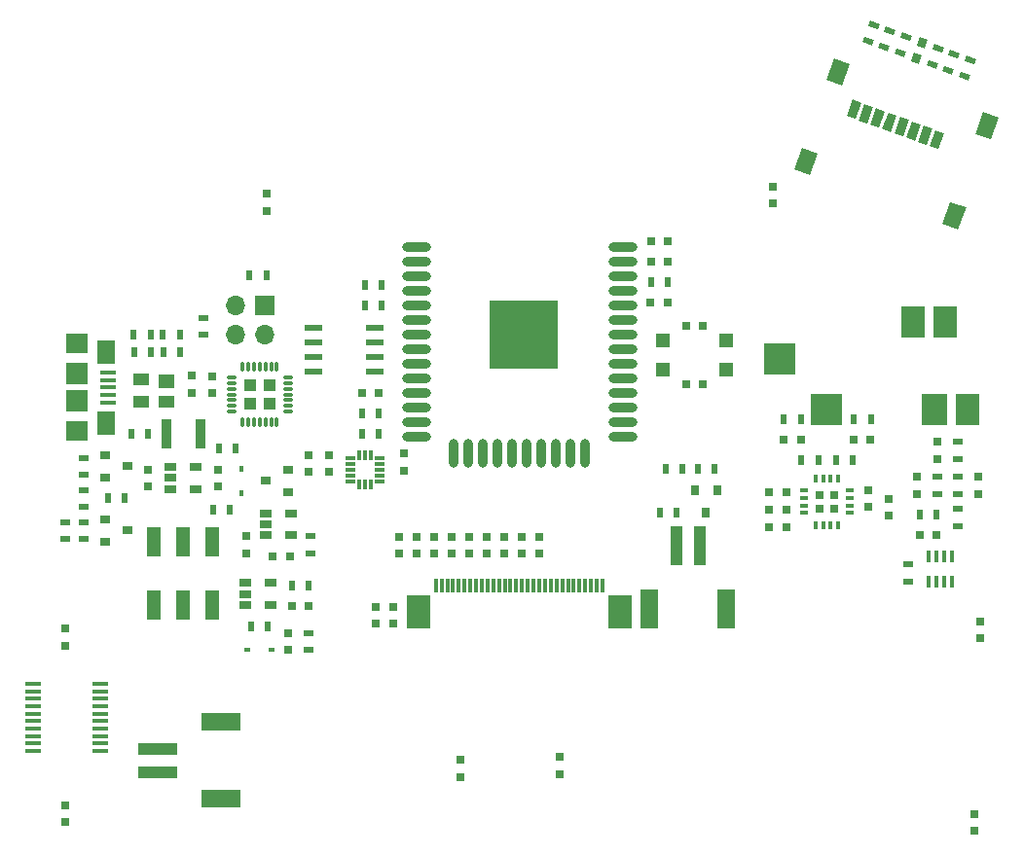
<source format=gbr>
G04 #@! TF.FileFunction,Paste,Bot*
%FSLAX46Y46*%
G04 Gerber Fmt 4.6, Leading zero omitted, Abs format (unit mm)*
G04 Created by KiCad (PCBNEW 4.0.6) date 04/26/17 00:01:20*
%MOMM*%
%LPD*%
G01*
G04 APERTURE LIST*
%ADD10C,0.100000*%
%ADD11R,1.700000X1.700000*%
%ADD12O,1.700000X1.700000*%
%ADD13R,0.500000X0.900000*%
%ADD14R,1.900000X1.900000*%
%ADD15R,1.350000X0.400000*%
%ADD16R,1.600000X2.100000*%
%ADD17R,1.900000X1.800000*%
%ADD18O,2.500000X0.900000*%
%ADD19O,0.900000X2.500000*%
%ADD20R,6.000000X6.000000*%
%ADD21R,0.750000X0.800000*%
%ADD22R,0.800000X0.750000*%
%ADD23R,0.450000X0.600000*%
%ADD24R,0.600000X0.450000*%
%ADD25R,3.500000X1.000000*%
%ADD26R,3.400000X1.500000*%
%ADD27R,0.900000X0.800000*%
%ADD28R,0.800000X0.900000*%
%ADD29R,0.900000X0.500000*%
%ADD30R,1.200000X2.500000*%
%ADD31R,1.060000X0.650000*%
%ADD32O,0.850000X0.300000*%
%ADD33O,0.300000X0.850000*%
%ADD34R,1.005000X1.005000*%
%ADD35R,1.550000X0.600000*%
%ADD36R,2.000000X3.000000*%
%ADD37R,0.300000X1.250000*%
%ADD38R,1.399540X1.198880*%
%ADD39R,1.399540X1.000760*%
%ADD40R,0.900000X2.500000*%
%ADD41R,1.450000X0.450000*%
%ADD42R,1.300000X1.300000*%
%ADD43R,0.800000X0.350000*%
%ADD44R,0.350000X0.800000*%
%ADD45R,0.750000X0.750000*%
%ADD46R,0.400000X1.060000*%
%ADD47R,2.800000X2.800000*%
%ADD48R,2.000000X2.800000*%
%ADD49R,2.200000X2.800000*%
%ADD50R,1.000000X3.500000*%
%ADD51R,1.500000X3.400000*%
%ADD52R,0.305000X0.813000*%
%ADD53R,0.813000X0.305000*%
G04 APERTURE END LIST*
D10*
D11*
X110744000Y-85852000D03*
D12*
X110744000Y-88392000D03*
X108204000Y-85852000D03*
X108204000Y-88392000D03*
D13*
X160384772Y-99312274D03*
X161884772Y-99312274D03*
D14*
X94383011Y-91741175D03*
X94383011Y-94141175D03*
D15*
X97058551Y-94242075D03*
X97058551Y-93592075D03*
X97058551Y-92942075D03*
X97058551Y-92292075D03*
X97058551Y-91642075D03*
D16*
X96933551Y-96042075D03*
X96933011Y-89842075D03*
D17*
X94383011Y-96741175D03*
X94383011Y-89141175D03*
D18*
X123888000Y-80692000D03*
X123888000Y-81962000D03*
X123888000Y-83232000D03*
X123888000Y-84502000D03*
X123888000Y-85772000D03*
X123888000Y-87042000D03*
X123888000Y-88312000D03*
X123888000Y-89582000D03*
X123888000Y-90852000D03*
X123888000Y-92122000D03*
X123888000Y-93392000D03*
X123888000Y-94662000D03*
X123888000Y-95932000D03*
X123888000Y-97202000D03*
D19*
X127173000Y-98692000D03*
X128443000Y-98692000D03*
X129713000Y-98692000D03*
X130983000Y-98692000D03*
X132253000Y-98692000D03*
X133523000Y-98692000D03*
X134793000Y-98692000D03*
X136063000Y-98692000D03*
X137333000Y-98692000D03*
X138603000Y-98692000D03*
D18*
X141888000Y-97202000D03*
X141888000Y-95932000D03*
X141888000Y-94662000D03*
X141888000Y-93392000D03*
X141888000Y-92122000D03*
X141888000Y-90852000D03*
X141888000Y-89582000D03*
X141888000Y-88312000D03*
X141888000Y-87042000D03*
X141888000Y-85772000D03*
X141888000Y-84502000D03*
X141888000Y-83232000D03*
X141888000Y-81962000D03*
X141888000Y-80692000D03*
D20*
X133188000Y-88392000D03*
D21*
X104394000Y-91948000D03*
X104394000Y-93448000D03*
X106172000Y-91960000D03*
X106172000Y-93460000D03*
X106680000Y-100088000D03*
X106680000Y-101588000D03*
X100584000Y-100088000D03*
X100584000Y-101588000D03*
D22*
X113042000Y-112014000D03*
X114542000Y-112014000D03*
X120650000Y-93472001D03*
X119150000Y-93472001D03*
X144296000Y-82042000D03*
X145796000Y-82042000D03*
X144284000Y-80264000D03*
X145784000Y-80264000D03*
X147344000Y-87630000D03*
X148844000Y-87630000D03*
X147332000Y-92710000D03*
X148832000Y-92710000D03*
X144272000Y-85598000D03*
X145772000Y-85598000D03*
D10*
G36*
X167599062Y-64835904D02*
X166894292Y-64579388D01*
X167167908Y-63827634D01*
X167872678Y-64084150D01*
X167599062Y-64835904D01*
X167599062Y-64835904D01*
G37*
G36*
X168112092Y-63426366D02*
X167407322Y-63169850D01*
X167680938Y-62418096D01*
X168385708Y-62674612D01*
X168112092Y-63426366D01*
X168112092Y-63426366D01*
G37*
D21*
X109085383Y-105913491D03*
X109085383Y-107413491D03*
X112776000Y-115812000D03*
X112776000Y-114312000D03*
D22*
X112883386Y-107679494D03*
X111383386Y-107679494D03*
D21*
X134620000Y-107442000D03*
X134620000Y-105942000D03*
X133096000Y-107430000D03*
X133096000Y-105930000D03*
X131572000Y-107430000D03*
X131572000Y-105930000D03*
X128524000Y-107442000D03*
X128524000Y-105942000D03*
X127000000Y-107442000D03*
X127000000Y-105942000D03*
X123952000Y-107442000D03*
X123952000Y-105942000D03*
X120396000Y-113526000D03*
X120396000Y-112026000D03*
X125476000Y-107430000D03*
X125476000Y-105930000D03*
X122428000Y-107442000D03*
X122428000Y-105942000D03*
X121920000Y-113526000D03*
X121920000Y-112026000D03*
X93345000Y-113931000D03*
X93345000Y-115431000D03*
X93345000Y-130810000D03*
X93345000Y-129310000D03*
X127762000Y-126849000D03*
X127762000Y-125349000D03*
X136398000Y-126607000D03*
X136398000Y-125107000D03*
X172466000Y-131560000D03*
X172466000Y-130060000D03*
X172974000Y-113296000D03*
X172974000Y-114796000D03*
D10*
G36*
X156747162Y-73978400D02*
X157431202Y-72099015D01*
X158793756Y-72594944D01*
X158109716Y-74474329D01*
X156747162Y-73978400D01*
X156747162Y-73978400D01*
G37*
G36*
X159585929Y-66178951D02*
X160269969Y-64299566D01*
X161632523Y-64795495D01*
X160948483Y-66674880D01*
X159585929Y-66178951D01*
X159585929Y-66178951D01*
G37*
G36*
X169667936Y-78681177D02*
X170351976Y-76801792D01*
X171714530Y-77297721D01*
X171030490Y-79177106D01*
X169667936Y-78681177D01*
X169667936Y-78681177D01*
G37*
G36*
X172506703Y-70881728D02*
X173190743Y-69002343D01*
X174553297Y-69498272D01*
X173869257Y-71377657D01*
X172506703Y-70881728D01*
X172506703Y-70881728D01*
G37*
G36*
X161324051Y-69312393D02*
X161837081Y-67902854D01*
X162588835Y-68176471D01*
X162075805Y-69586010D01*
X161324051Y-69312393D01*
X161324051Y-69312393D01*
G37*
G36*
X162357712Y-69688615D02*
X162870742Y-68279076D01*
X163622496Y-68552693D01*
X163109466Y-69962232D01*
X162357712Y-69688615D01*
X162357712Y-69688615D01*
G37*
G36*
X163391374Y-70064837D02*
X163904404Y-68655298D01*
X164656158Y-68928915D01*
X164143128Y-70338454D01*
X163391374Y-70064837D01*
X163391374Y-70064837D01*
G37*
G36*
X164425036Y-70441059D02*
X164938066Y-69031520D01*
X165689820Y-69305137D01*
X165176790Y-70714676D01*
X164425036Y-70441059D01*
X164425036Y-70441059D01*
G37*
G36*
X165458698Y-70817281D02*
X165971728Y-69407742D01*
X166723482Y-69681359D01*
X166210452Y-71090898D01*
X165458698Y-70817281D01*
X165458698Y-70817281D01*
G37*
G36*
X166492360Y-71193504D02*
X167005390Y-69783965D01*
X167757144Y-70057582D01*
X167244114Y-71467121D01*
X166492360Y-71193504D01*
X166492360Y-71193504D01*
G37*
G36*
X167526022Y-71569726D02*
X168039052Y-70160187D01*
X168790806Y-70433804D01*
X168277776Y-71843343D01*
X167526022Y-71569726D01*
X167526022Y-71569726D01*
G37*
G36*
X168559684Y-71945948D02*
X169072714Y-70536409D01*
X169824468Y-70810026D01*
X169311438Y-72219565D01*
X168559684Y-71945948D01*
X168559684Y-71945948D01*
G37*
D23*
X108712000Y-102142000D03*
X108712000Y-100042000D03*
D24*
X111286000Y-115824000D03*
X109186000Y-115824000D03*
D25*
X101384000Y-126428000D03*
X101384000Y-124428000D03*
D26*
X106934000Y-128778000D03*
X106934000Y-122078000D03*
D27*
X112760000Y-100142000D03*
X112760000Y-102042000D03*
X110760000Y-101092000D03*
D28*
X148148000Y-101870000D03*
X150048000Y-101870000D03*
X149098000Y-103870000D03*
D29*
X105410000Y-88380000D03*
X105410000Y-86880000D03*
D13*
X120638000Y-97028000D03*
X119138000Y-97028000D03*
X120638000Y-95250000D03*
X119138000Y-95250000D03*
X106692000Y-98298000D03*
X108192000Y-98298000D03*
X107684000Y-103632000D03*
X106184000Y-103632000D03*
X144296000Y-83820000D03*
X145796000Y-83820000D03*
D29*
X114554000Y-115812000D03*
X114554000Y-114312000D03*
D13*
X113042000Y-110236000D03*
X114542000Y-110236000D03*
X119392000Y-84074000D03*
X120892000Y-84074000D03*
X119404000Y-85852000D03*
X120904000Y-85852000D03*
X148348000Y-100076000D03*
X149848000Y-100076000D03*
X146558000Y-103886000D03*
X145058000Y-103886000D03*
D30*
X101092000Y-111926000D03*
X103592000Y-111926000D03*
X106092000Y-111926000D03*
X101092000Y-106426000D03*
X103592000Y-106426000D03*
X106092000Y-106426000D03*
D31*
X102532000Y-101788000D03*
X102532000Y-100838000D03*
X102532000Y-99888000D03*
X104732000Y-99888000D03*
X104732000Y-101788000D03*
D32*
X107810000Y-95062000D03*
X107810000Y-94562000D03*
X107810000Y-94062000D03*
X107810000Y-93562000D03*
X107810000Y-93062000D03*
X107810000Y-92562000D03*
X107810000Y-92062000D03*
D33*
X108760000Y-91112000D03*
X109260000Y-91112000D03*
X109760000Y-91112000D03*
X110260000Y-91112000D03*
X110760000Y-91112000D03*
X111260000Y-91112000D03*
X111760000Y-91112000D03*
D32*
X112710000Y-92062000D03*
X112710000Y-92562000D03*
X112710000Y-93062000D03*
X112710000Y-93562000D03*
X112710000Y-94062000D03*
X112710000Y-94562000D03*
X112710000Y-95062000D03*
D33*
X111760000Y-96012000D03*
X111260000Y-96012000D03*
X110760000Y-96012000D03*
X110260000Y-96012000D03*
X109760000Y-96012000D03*
X109260000Y-96012000D03*
X108760000Y-96012000D03*
D34*
X111097500Y-92724500D03*
X111097500Y-94399500D03*
X109422500Y-92724500D03*
X109422500Y-94399500D03*
D35*
X114902000Y-91567002D03*
X114902000Y-90297002D03*
X114902000Y-89027002D03*
X114902000Y-87757002D03*
X120302000Y-87757002D03*
X120302000Y-89027002D03*
X120302000Y-90297002D03*
X120302000Y-91567002D03*
D21*
X130048000Y-107442000D03*
X130048000Y-105942000D03*
D36*
X124042000Y-112522000D03*
X141617000Y-112522000D03*
D37*
X140077000Y-110197000D03*
X139577000Y-110197000D03*
X139082000Y-110197000D03*
X138582000Y-110197000D03*
X138082000Y-110197000D03*
X137582000Y-110197000D03*
X137082000Y-110197000D03*
X136582000Y-110197000D03*
X136082000Y-110197000D03*
X135582000Y-110197000D03*
X135082000Y-110197000D03*
X134582000Y-110197000D03*
X134082000Y-110197000D03*
X133582000Y-110197000D03*
X133082000Y-110197000D03*
X132582000Y-110197000D03*
X132082000Y-110197000D03*
X131582000Y-110197000D03*
X131082000Y-110197000D03*
X130582000Y-110197000D03*
X130082000Y-110197000D03*
X129582000Y-110197000D03*
X129082000Y-110197000D03*
X128582000Y-110197000D03*
X128082000Y-110197000D03*
X127582000Y-110197000D03*
X127082000Y-110197000D03*
X126582000Y-110197000D03*
X126082000Y-110197000D03*
X125582000Y-110197000D03*
D38*
X102191820Y-92448380D03*
D39*
X102191820Y-94167960D03*
X99992180Y-94167960D03*
X99992180Y-92268040D03*
D31*
X109052000Y-111882000D03*
X109052000Y-110932000D03*
X109052000Y-109982000D03*
X111252000Y-109982000D03*
X111252000Y-111882000D03*
X110779383Y-105835486D03*
X110779383Y-104885486D03*
X110779383Y-103935486D03*
X112979383Y-103935486D03*
X112979383Y-105835486D03*
D40*
X102182000Y-97028000D03*
X105082000Y-97028000D03*
D13*
X109498000Y-113792000D03*
X110998000Y-113792000D03*
D29*
X114673384Y-107413492D03*
X114673384Y-105913492D03*
D41*
X90522000Y-124591000D03*
X90522000Y-123941000D03*
X90522000Y-123291000D03*
X90522000Y-122641000D03*
X90522000Y-121991000D03*
X90522000Y-121341000D03*
X90522000Y-120691000D03*
X90522000Y-120041000D03*
X90522000Y-119391000D03*
X90522000Y-118741000D03*
X96422000Y-118741000D03*
X96422000Y-119391000D03*
X96422000Y-120041000D03*
X96422000Y-120691000D03*
X96422000Y-121341000D03*
X96422000Y-121991000D03*
X96422000Y-122641000D03*
X96422000Y-123291000D03*
X96422000Y-123941000D03*
X96422000Y-124591000D03*
D42*
X145376000Y-91440000D03*
X145376000Y-88840000D03*
X150876000Y-88840000D03*
X150876000Y-91440000D03*
D21*
X114554000Y-98818000D03*
X114554000Y-100318000D03*
X116332000Y-98830000D03*
X116332000Y-100330000D03*
X122809000Y-100203000D03*
X122809000Y-98703000D03*
D22*
X156054776Y-103630271D03*
X154554776Y-103630271D03*
X156054767Y-102106282D03*
X154554767Y-102106282D03*
D21*
X164956768Y-104126277D03*
X164956768Y-102626277D03*
D22*
X156054767Y-105154269D03*
X154554767Y-105154269D03*
D21*
X163178770Y-103364282D03*
X163178770Y-101864282D03*
D22*
X161908764Y-97534281D03*
X163408764Y-97534281D03*
X157324769Y-97534283D03*
X155824769Y-97534283D03*
D21*
X154940000Y-75462001D03*
X154940000Y-76962001D03*
X110871000Y-76097000D03*
X110871000Y-77597000D03*
D27*
X96806000Y-106360000D03*
X96806000Y-104460000D03*
X98806000Y-105410000D03*
X96806000Y-100772000D03*
X96806000Y-98872000D03*
X98806000Y-99822000D03*
D29*
X94996000Y-106160000D03*
X94996000Y-104660000D03*
D13*
X98552000Y-102616000D03*
X97052000Y-102616000D03*
D29*
X94996000Y-100572000D03*
X94996000Y-99072000D03*
D13*
X100572000Y-97028000D03*
X99072000Y-97028000D03*
X161920763Y-95756281D03*
X163420763Y-95756281D03*
X157324767Y-95756283D03*
X155824767Y-95756283D03*
X158848774Y-99312278D03*
X157348774Y-99312278D03*
D43*
X161590771Y-101934283D03*
X161590771Y-102584283D03*
X161590771Y-103234283D03*
X161590771Y-103884283D03*
D44*
X160565771Y-104909283D03*
X159915771Y-104909283D03*
X159265771Y-104909283D03*
X158615771Y-104909283D03*
D43*
X157590771Y-103884283D03*
X157590771Y-103234283D03*
X157590771Y-102584283D03*
X157590771Y-101934283D03*
D44*
X158615771Y-100909283D03*
X159265771Y-100909283D03*
X159915771Y-100909283D03*
X160565771Y-100909283D03*
D45*
X158965771Y-103534283D03*
X158965771Y-102284283D03*
X160215771Y-103534283D03*
X160215771Y-102284283D03*
D21*
X169176730Y-97698210D03*
X169176730Y-99198210D03*
D22*
X167664740Y-105802213D03*
X169164740Y-105802213D03*
D21*
X172732733Y-102246214D03*
X172732733Y-100746214D03*
X167398729Y-100734214D03*
X167398729Y-102234214D03*
D29*
X170954728Y-100734212D03*
X170954728Y-102234212D03*
X170954737Y-105028209D03*
X170954737Y-103528209D03*
X169176734Y-102246207D03*
X169176734Y-100746207D03*
D13*
X167664736Y-104024212D03*
X169164736Y-104024212D03*
D29*
X170954736Y-97686209D03*
X170954736Y-99186209D03*
X166636731Y-109842208D03*
X166636731Y-108342208D03*
D46*
X168486732Y-107666213D03*
X169136732Y-107666213D03*
X169796732Y-107666213D03*
X170446732Y-107666213D03*
X170446732Y-109866213D03*
X169796732Y-109866213D03*
X169136732Y-109866213D03*
X168486732Y-109866213D03*
D47*
X155494000Y-90436000D03*
D48*
X167094000Y-87286000D03*
X169894000Y-87286000D03*
D47*
X159594000Y-94886000D03*
D49*
X168994000Y-94886000D03*
D48*
X171794000Y-94886000D03*
D50*
X146526000Y-106718000D03*
X148526000Y-106718000D03*
D51*
X144176000Y-112268000D03*
X150876000Y-112268000D03*
D13*
X100838000Y-89916000D03*
X99338000Y-89916000D03*
X103378000Y-89916000D03*
X101878000Y-89916000D03*
X100814000Y-88392000D03*
X99314000Y-88392000D03*
X103354000Y-88392000D03*
X101854000Y-88392000D03*
D52*
X119438000Y-101409000D03*
X119938000Y-101409000D03*
X118938000Y-101409000D03*
X118938000Y-98859000D03*
X119938000Y-98859000D03*
X119438000Y-98859000D03*
D53*
X118163000Y-100134000D03*
X118163000Y-99634000D03*
X118163000Y-99134000D03*
X118163000Y-100634000D03*
X118163000Y-101134000D03*
X120713000Y-101134000D03*
X120713000Y-100634000D03*
X120713000Y-99134000D03*
X120713000Y-99634000D03*
X120713000Y-100134000D03*
D13*
X109371000Y-83185000D03*
X110871000Y-83185000D03*
D10*
G36*
X171750158Y-64057399D02*
X172595882Y-64365217D01*
X172424872Y-64835063D01*
X171579148Y-64527245D01*
X171750158Y-64057399D01*
X171750158Y-64057399D01*
G37*
G36*
X171237128Y-65466937D02*
X172082852Y-65774755D01*
X171911842Y-66244601D01*
X171066118Y-65936783D01*
X171237128Y-65466937D01*
X171237128Y-65466937D01*
G37*
G36*
X170353158Y-63549399D02*
X171198882Y-63857217D01*
X171027872Y-64327063D01*
X170182148Y-64019245D01*
X170353158Y-63549399D01*
X170353158Y-63549399D01*
G37*
G36*
X169840128Y-64958937D02*
X170685852Y-65266755D01*
X170514842Y-65736601D01*
X169669118Y-65428783D01*
X169840128Y-64958937D01*
X169840128Y-64958937D01*
G37*
G36*
X168956158Y-63041399D02*
X169801882Y-63349217D01*
X169630872Y-63819063D01*
X168785148Y-63511245D01*
X168956158Y-63041399D01*
X168956158Y-63041399D01*
G37*
G36*
X168443128Y-64450937D02*
X169288852Y-64758755D01*
X169117842Y-65228601D01*
X168272118Y-64920783D01*
X168443128Y-64450937D01*
X168443128Y-64450937D01*
G37*
G36*
X166162158Y-62025399D02*
X167007882Y-62333217D01*
X166836872Y-62803063D01*
X165991148Y-62495245D01*
X166162158Y-62025399D01*
X166162158Y-62025399D01*
G37*
G36*
X165649128Y-63434937D02*
X166494852Y-63742755D01*
X166323842Y-64212601D01*
X165478118Y-63904783D01*
X165649128Y-63434937D01*
X165649128Y-63434937D01*
G37*
G36*
X164765158Y-61517399D02*
X165610882Y-61825217D01*
X165439872Y-62295063D01*
X164594148Y-61987245D01*
X164765158Y-61517399D01*
X164765158Y-61517399D01*
G37*
G36*
X164252128Y-62926937D02*
X165097852Y-63234755D01*
X164926842Y-63704601D01*
X164081118Y-63396783D01*
X164252128Y-62926937D01*
X164252128Y-62926937D01*
G37*
G36*
X163368158Y-61009399D02*
X164213882Y-61317217D01*
X164042872Y-61787063D01*
X163197148Y-61479245D01*
X163368158Y-61009399D01*
X163368158Y-61009399D01*
G37*
G36*
X162855128Y-62418937D02*
X163700852Y-62726755D01*
X163529842Y-63196601D01*
X162684118Y-62888783D01*
X162855128Y-62418937D01*
X162855128Y-62418937D01*
G37*
D29*
X93345000Y-104660000D03*
X93345000Y-106160000D03*
X94996000Y-103366000D03*
X94996000Y-101866000D03*
D13*
X147054000Y-100076000D03*
X145554000Y-100076000D03*
M02*

</source>
